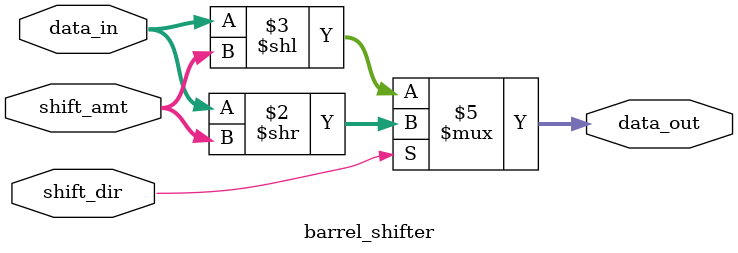
<source format=v>
module barrel_shifter(data_in,shift_amt,shift_dir,data_out);
parameter WIDTH = 8;  //width of the input
input [WIDTH-1 : 0] data_in;  // data_in (input)
input [3:0] shift_amt;        // shift amount to shift the data (0-15)
input shift_dir;              // shift direction left=0;right=1
output reg [WIDTH-1 : 0] data_out;  // shifted data

//shifting operation
always @ (*) begin 
if(shift_dir)
data_out <= data_in >> shift_amt;
else 
data_out <= data_in << shift_amt;
end
endmodule

</source>
